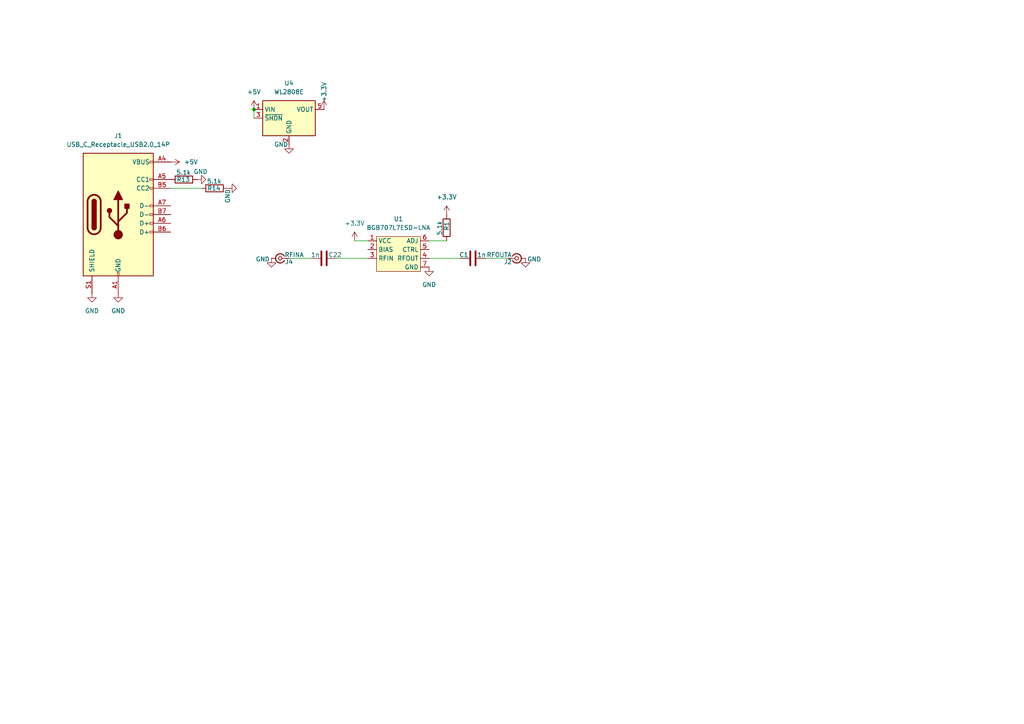
<source format=kicad_sch>
(kicad_sch (version 20250114) (generator "eeschema") (generator_version "9.0")
  (paper "A4")
  (lib_symbols
    (symbol "Connector:Conn_Coaxial_Small" (pin_numbers (hide yes)) (pin_names (offset 1.016) (hide yes))
      (property "Reference" "J" (at 0.254 3.048 0))
      (property "Value" "Conn_Coaxial_Small" (at 0 -3.81 0))
      (symbol "Conn_Coaxial_Small_0_1"
        (polyline (pts (xy -2.54 0) (xy -0.508 0)))
        (circle (center 0 0) (radius 0.508) (stroke (width 0.2032)))
      )
      (symbol "Conn_Coaxial_Small_1_1"
        (arc (start 1.3484 0.0039) (mid 0.327 -1.308) (end -1.1916 -0.6311) (stroke (width 0.3048)))
        (arc (start -1.1916 0.6311) (mid 0.327 1.3081) (end 1.3484 -0.0039) (stroke (width 0.3048)))
        (pin passive line (at -2.54 0 0) (length 1.27) (name "In") (number "1"))
        (pin passive line (at 2.54 0 180) (length 1.27) (name "Ext") (number "2"))
      )
    )
    (symbol "Connector:USB_C_Receptacle_USB2.0_14P" (pin_names (offset 1.016))
      (property "Reference" "J" (at 0 22.225 0))
      (property "Value" "USB_C_Receptacle_USB2.0_14P" (at 0 19.685 0))
      (symbol "USB_C_Receptacle_USB2.0_14P_0_0"
        (rectangle (start -0.254 -17.78) (end 0.254 -16.764))
        (rectangle (start 10.16 15.494) (end 9.144 14.986))
        (rectangle (start 10.16 10.414) (end 9.144 9.906))
        (rectangle (start 10.16 7.874) (end 9.144 7.366))
        (rectangle (start 10.16 2.794) (end 9.144 2.286))
        (rectangle (start 10.16 0.254) (end 9.144 -0.254))
        (rectangle (start 10.16 -2.286) (end 9.144 -2.794))
        (rectangle (start 10.16 -4.826) (end 9.144 -5.334))
      )
      (symbol "USB_C_Receptacle_USB2.0_14P_0_1"
        (rectangle (start -10.16 17.78) (end 10.16 -17.78) (stroke (width 0.254)) (fill (type background)))
        (polyline (pts (xy -8.89 -3.81) (xy -8.89 3.81)) (stroke (width 0.508)))
        (rectangle (start -7.62 -3.81) (end -6.35 3.81) (stroke (width 0.254)) (fill (type outline)))
        (arc (start -7.62 3.81) (mid -6.985 4.4423) (end -6.35 3.81) (stroke (width 0.254)))
        (arc (start -7.62 3.81) (mid -6.985 4.4423) (end -6.35 3.81) (stroke (width 0.254)) (fill (type outline)))
        (arc (start -8.89 3.81) (mid -6.985 5.7067) (end -5.08 3.81) (stroke (width 0.508)))
        (arc (start -5.08 -3.81) (mid -6.985 -5.7067) (end -8.89 -3.81) (stroke (width 0.508)))
        (arc (start -6.35 -3.81) (mid -6.985 -4.4423) (end -7.62 -3.81) (stroke (width 0.254)))
        (arc (start -6.35 -3.81) (mid -6.985 -4.4423) (end -7.62 -3.81) (stroke (width 0.254)) (fill (type outline)))
        (polyline (pts (xy -5.08 3.81) (xy -5.08 -3.81)) (stroke (width 0.508)))
        (circle (center -2.54 1.143) (radius 0.635) (stroke (width 0.254)) (fill (type outline)))
        (polyline (pts (xy -1.27 4.318) (xy 0 6.858) (xy 1.27 4.318) (xy -1.27 4.318)) (stroke (width 0.254)) (fill (type outline)))
        (polyline (pts (xy 0 -2.032) (xy 2.54 0.508) (xy 2.54 1.778)) (stroke (width 0.508)))
        (polyline (pts (xy 0 -3.302) (xy -2.54 -0.762) (xy -2.54 0.508)) (stroke (width 0.508)))
        (polyline (pts (xy 0 -5.842) (xy 0 4.318)) (stroke (width 0.508)))
        (circle (center 0 -5.842) (radius 1.27) (fill (type outline)))
        (rectangle (start 1.905 1.778) (end 3.175 3.048) (stroke (width 0.254)) (fill (type outline)))
      )
      (symbol "USB_C_Receptacle_USB2.0_14P_1_1"
        (pin passive line (at -7.62 -22.86 90) (length 5.08) (name "SHIELD") (number "S1"))
        (pin passive line (at 0 -22.86 90) (length 5.08) (name "GND") (number "A1"))
        (pin passive line (at 0 -22.86 90) (length 5.08) (hide yes) (name "GND") (number "A12"))
        (pin passive line (at 0 -22.86 90) (length 5.08) (hide yes) (name "GND") (number "B1"))
        (pin passive line (at 0 -22.86 90) (length 5.08) (hide yes) (name "GND") (number "B12"))
        (pin passive line (at 15.24 15.24 180) (length 5.08) (name "VBUS") (number "A4"))
        (pin passive line (at 15.24 15.24 180) (length 5.08) (hide yes) (name "VBUS") (number "A9"))
        (pin passive line (at 15.24 15.24 180) (length 5.08) (hide yes) (name "VBUS") (number "B4"))
        (pin passive line (at 15.24 15.24 180) (length 5.08) (hide yes) (name "VBUS") (number "B9"))
        (pin bidirectional line (at 15.24 10.16 180) (length 5.08) (name "CC1") (number "A5"))
        (pin bidirectional line (at 15.24 7.62 180) (length 5.08) (name "CC2") (number "B5"))
        (pin bidirectional line (at 15.24 2.54 180) (length 5.08) (name "D-") (number "A7"))
        (pin bidirectional line (at 15.24 0 180) (length 5.08) (name "D-") (number "B7"))
        (pin bidirectional line (at 15.24 -2.54 180) (length 5.08) (name "D+") (number "A6"))
        (pin bidirectional line (at 15.24 -5.08 180) (length 5.08) (name "D+") (number "B6"))
      )
    )
    (symbol "Device:C" (pin_numbers (hide yes)) (pin_names (offset 0.254))
      (property "Reference" "C" (at 0.635 2.54 0))
      (property "Value" "C" (at 0.635 -2.54 0))
      (symbol "C_0_1"
        (polyline (pts (xy -2.032 0.762) (xy 2.032 0.762)) (stroke (width 0.508)))
        (polyline (pts (xy -2.032 -0.762) (xy 2.032 -0.762)) (stroke (width 0.508)))
      )
      (symbol "C_1_1"
        (pin passive line (at 0 3.81 270) (length 2.794) (name "~") (number "1"))
        (pin passive line (at 0 -3.81 90) (length 2.794) (name "~") (number "2"))
      )
    )
    (symbol "Device:R" (pin_numbers (hide yes)) (pin_names (offset 0))
      (property "Reference" "R" (at 2.032 0 90))
      (property "Value" "R" (at 0 0 90))
      (symbol "R_0_1"
        (rectangle (start -1.016 -2.54) (end 1.016 2.54) (stroke (width 0.254)))
      )
      (symbol "R_1_1"
        (pin passive line (at 0 3.81 270) (length 1.27) (name "~") (number "1"))
        (pin passive line (at 0 -3.81 90) (length 1.27) (name "~") (number "2"))
      )
    )
    (symbol "Regulator_Linear:MCP1802x-xx02xOT"
      (property "Reference" "U" (at -6.35 6.35 0))
      (property "Value" "MCP1802x-xx02xOT" (at 0 6.35 0))
      (symbol "MCP1802x-xx02xOT_0_1"
        (rectangle (start -7.62 5.08) (end 7.62 -5.08) (stroke (width 0.254)) (fill (type background)))
      )
      (symbol "MCP1802x-xx02xOT_1_1"
        (pin power_in line (at -10.16 2.54 0) (length 2.54) (name "VIN") (number "1"))
        (pin input line (at -10.16 0 0) (length 2.54) (name "~{SHDN}") (number "3"))
        (pin power_in line (at 0 -7.62 90) (length 2.54) (name "GND") (number "2"))
        (pin no_connect line (at 7.62 0 180) (length 2.54) (hide yes) (name "NC") (number "4"))
        (pin power_out line (at 10.16 2.54 180) (length 2.54) (name "VOUT") (number "5"))
      )
    )
    (symbol "cnhardware:BGB707L7ESD-LNA"
      (property "Reference" "U" (at 0 -7.62 0))
      (property "Value" "BGB707L7ESD-LNA" (at 0 4.826 0))
      (symbol "BGB707L7ESD-LNA_1_1"
        (rectangle (start -6.35 3.81) (end 6.35 -6.35) (fill (type background)))
        (pin bidirectional line (at -8.89 2.54 0) (length 2.54) (name "VCC") (number "1"))
        (pin bidirectional line (at -8.89 0 0) (length 2.54) (name "BIAS") (number "2"))
        (pin bidirectional line (at -8.89 -2.54 0) (length 2.54) (name "RFIN") (number "3"))
        (pin bidirectional line (at 8.89 2.54 180) (length 2.54) (name "ADJ") (number "6"))
        (pin bidirectional line (at 8.89 0 180) (length 2.54) (name "CTRL") (number "5"))
        (pin bidirectional line (at 8.89 -2.54 180) (length 2.54) (name "RFOUT") (number "4"))
        (pin bidirectional line (at 8.89 -5.08 180) (length 2.54) (name "GND") (number "7"))
      )
    )
    (symbol "power:+3.3V" (power) (pin_numbers (hide yes)) (pin_names (offset 0) (hide yes))
      (property "Value" "+3.3V" (at 0 3.556 0))
      (symbol "+3.3V_0_1"
        (polyline (pts (xy -0.762 1.27) (xy 0 2.54)))
        (polyline (pts (xy 0 2.54) (xy 0.762 1.27)))
        (polyline (pts (xy 0 0) (xy 0 2.54)))
      )
      (symbol "+3.3V_1_1"
        (pin power_in line (at 0 0 90) (length 0) (name "~") (number "1"))
      )
    )
    (symbol "power:+5V" (power) (pin_numbers (hide yes)) (pin_names (offset 0) (hide yes))
      (property "Value" "+5V" (at 0 3.556 0))
      (symbol "+5V_0_1"
        (polyline (pts (xy -0.762 1.27) (xy 0 2.54)))
        (polyline (pts (xy 0 2.54) (xy 0.762 1.27)))
        (polyline (pts (xy 0 0) (xy 0 2.54)))
      )
      (symbol "+5V_1_1"
        (pin power_in line (at 0 0 90) (length 0) (name "~") (number "1"))
      )
    )
    (symbol "power:GND" (power) (pin_numbers (hide yes)) (pin_names (offset 0) (hide yes))
      (property "Value" "GND" (at 0 -3.81 0))
      (symbol "GND_0_1"
        (polyline (pts (xy 0 0) (xy 0 -1.27) (xy 1.27 -1.27) (xy 0 -2.54) (xy -1.27 -1.27) (xy 0 -1.27)))
      )
      (symbol "GND_1_1"
        (pin power_in line (at 0 0 270) (length 0) (name "~") (number "1"))
      )
    )
  )
  (junction (at 73.66 31.75))
  (wire (pts (xy 124.46 74.93) (xy 133.35 74.93)))
  (wire (pts (xy 102.87 69.85) (xy 106.68 69.85)))
  (wire (pts (xy 124.46 69.85) (xy 129.54 69.85)))
  (wire (pts (xy 73.66 31.75) (xy 73.66 34.29)))
  (wire (pts (xy 49.53 54.61) (xy 58.42 54.61)))
  (wire (pts (xy 97.79 74.93) (xy 106.68 74.93)))
  (wire (pts (xy 140.97 74.93) (xy 147.32 74.93)))
  (wire (pts (xy 90.17 74.93) (xy 83.82 74.93)))
  (symbol (lib_id "Device:R") (at 53.34 52.07 90) (unit 1)
    (property "Reference" "R13" (at 55.118 52.07 90) (effects (justify left)))
    (property "Value" "5.1k" (at 55.372 50.038 90) (effects (justify left)))
    (property "Footprint" "Resistor_SMD:R_0402_1005Metric" (effects (hide yes)))
    (property "Description" "Resistor" (effects (hide yes)))
    (property "LCSC" "C25905" (effects (hide yes)))
  )
  (symbol (lib_id "Connector:Conn_Coaxial_Small") (at 149.86 74.93 0) (unit 1)
    (property "Reference" "J2" (at 147.32 75.946 0))
    (property "Value" "RFOUTA" (at 144.78 73.914 0))
    (property "Footprint" "Connector_Coaxial:SMA_Amphenol_901-144_Vertical" (effects (hide yes)))
    (property "Description" "small coaxial connector (BNC, SMA, SMB, SMC, Cinch/RCA, LEMO, ...)" (effects (hide yes)))
    (property "LCSC" "C5301852" (effects (hide yes)))
  )
  (symbol (lib_id "Regulator_Linear:MCP1802x-xx02xOT") (at 83.82 34.29 0) (unit 1)
    (property "Reference" "U4" (at 83.82 24.13 0))
    (property "Value" "WL2808E" (at 83.82 26.67 0))
    (property "Footprint" "Package_TO_SOT_SMD:SOT-23-5" (effects (hide yes)))
    (property "Datasheet" "http://ww1.microchip.com/downloads/en/DeviceDoc/22053C.pdf" (effects (hide yes)))
    (property "Description" "150mA, Tiny CMOS LDO With Shutdown, Fixed Voltage, SOT-23-5" (effects (hide yes)))
    (property "LCSC" "C2931312" (effects (hide yes)))
  )
  (symbol (lib_id "power:+3.3V") (at 102.87 69.85 0) (unit 1)
    (property "Reference" "#PWR05" (effects (hide yes)))
    (property "Value" "+3.3V" (at 102.87 64.77 0))
    (property "Description" "Power symbol creates a global label with name \"+3.3V\"" (effects (hide yes)))
  )
  (symbol (lib_id "power:GND") (at 34.29 85.09 0) (unit 1)
    (property "Reference" "#PWR02" (effects (hide yes)))
    (property "Value" "GND" (at 34.29 90.17 0))
    (property "Description" "Power symbol creates a global label with name \"GND\" , ground" (effects (hide yes)))
  )
  (symbol (lib_id "power:+5V") (at 73.66 31.75 0) (unit 1)
    (property "Reference" "#PWR06" (effects (hide yes)))
    (property "Value" "+5V" (at 73.66 26.67 0))
    (property "Description" "Power symbol creates a global label with name \"+5V\"" (effects (hide yes)))
  )
  (symbol (lib_id "Device:R") (at 62.23 54.61 90) (unit 1)
    (property "Reference" "R14" (at 64.008 54.61 90) (effects (justify left)))
    (property "Value" "5.1k" (at 64.262 52.578 90) (effects (justify left)))
    (property "Footprint" "Resistor_SMD:R_0402_1005Metric" (effects (hide yes)))
    (property "Description" "Resistor" (effects (hide yes)))
    (property "LCSC" "C25905" (effects (hide yes)))
  )
  (symbol (lib_id "Connector:Conn_Coaxial_Small") (at 81.28 74.93 0) (mirror y) (unit 1)
    (property "Reference" "J4" (at 83.82 75.946 0))
    (property "Value" "RFINA" (at 85.344 73.914 0))
    (property "Footprint" "Connector_Coaxial:SMA_Amphenol_901-144_Vertical" (effects (hide yes)))
    (property "Description" "small coaxial connector (BNC, SMA, SMB, SMC, Cinch/RCA, LEMO, ...)" (effects (hide yes)))
    (property "LCSC" "C5301852" (effects (hide yes)))
  )
  (symbol (lib_id "Connector:USB_C_Receptacle_USB2.0_14P") (at 34.29 62.23 0) (unit 1)
    (property "Reference" "J1" (at 34.29 39.37 0))
    (property "Value" "USB_C_Receptacle_USB2.0_14P" (at 34.29 41.91 0))
    (property "Datasheet" "https://www.usb.org/sites/default/files/documents/usb_type-c.zip" (effects (hide yes)))
    (property "Description" "USB 2.0-only 14P Type-C Receptacle connector" (effects (hide yes)))
  )
  (symbol (lib_id "power:GND") (at 83.82 41.91 0) (unit 1)
    (property "Reference" "#PWR027" (effects (hide yes)))
    (property "Value" "GND" (at 81.534 41.91 0))
    (property "Description" "Power symbol creates a global label with name \"GND\" , ground" (effects (hide yes)))
  )
  (symbol (lib_id "power:+5V") (at 49.53 46.99 270) (unit 1)
    (property "Reference" "#PWR04" (effects (hide yes)))
    (property "Value" "+5V" (at 53.34 46.9899 90) (effects (justify left)))
    (property "Description" "Power symbol creates a global label with name \"+5V\"" (effects (hide yes)))
  )
  (symbol (lib_id "Device:C") (at 137.16 74.93 90) (unit 1)
    (property "Reference" "C1" (at 135.89 73.914 90) (effects (justify left)))
    (property "Value" "1n" (at 140.97 73.914 90) (effects (justify left)))
    (property "Footprint" "Capacitor_SMD:C_0402_1005Metric" (effects (hide yes)))
    (property "Description" "Unpolarized capacitor" (effects (hide yes)))
    (property "LCSC" "C1523" (effects (hide yes)))
  )
  (symbol (lib_id "Device:C") (at 93.98 74.93 270) (mirror x) (unit 1)
    (property "Reference" "C22" (at 95.25 73.914 90) (effects (justify left)))
    (property "Value" "1n" (at 90.17 73.914 90) (effects (justify left)))
    (property "Footprint" "Capacitor_SMD:C_0402_1005Metric" (effects (hide yes)))
    (property "Description" "Unpolarized capacitor" (effects (hide yes)))
    (property "LCSC" "C1523" (effects (hide yes)))
  )
  (symbol (lib_id "cnhardware:BGB707L7ESD-LNA") (at 115.57 72.39 0) (unit 1)
    (property "Reference" "U1" (at 115.57 63.5 0))
    (property "Value" "BGB707L7ESD-LNA" (at 115.57 66.04 0))
    (property "Footprint" "cnhardware:TSLP-7-1" (effects (hide yes)))
    (property "LCSC" "C3199311" (effects (hide yes)))
  )
  (symbol (lib_id "power:GND") (at 78.74 74.93 0) (mirror y) (unit 1)
    (property "Reference" "#PWR064" (effects (hide yes)))
    (property "Value" "GND" (at 76.2 75.184 0))
    (property "Description" "Power symbol creates a global label with name \"GND\" , ground" (effects (hide yes)))
  )
  (symbol (lib_id "power:GND") (at 26.67 85.09 0) (unit 1)
    (property "Reference" "#PWR03" (effects (hide yes)))
    (property "Value" "GND" (at 26.67 90.17 0))
    (property "Description" "Power symbol creates a global label with name \"GND\" , ground" (effects (hide yes)))
  )
  (symbol (lib_id "power:GND") (at 57.15 52.07 90) (unit 1)
    (property "Reference" "#PWR093" (effects (hide yes)))
    (property "Value" "GND" (at 58.166 49.784 90))
    (property "Description" "Power symbol creates a global label with name \"GND\" , ground" (effects (hide yes)))
  )
  (symbol (lib_id "power:GND") (at 66.04 54.61 90) (unit 1)
    (property "Reference" "#PWR094" (effects (hide yes)))
    (property "Value" "GND" (at 66.04 56.896 0))
    (property "Description" "Power symbol creates a global label with name \"GND\" , ground" (effects (hide yes)))
  )
  (symbol (lib_id "power:GND") (at 124.46 77.47 0) (unit 1)
    (property "Reference" "#PWR01" (effects (hide yes)))
    (property "Value" "GND" (at 124.46 82.55 0))
    (property "Description" "Power symbol creates a global label with name \"GND\" , ground" (effects (hide yes)))
  )
  (symbol (lib_id "power:+3.3V") (at 93.98 31.75 0) (unit 1)
    (property "Reference" "#PWR0103" (effects (hide yes)))
    (property "Value" "+3.3V" (at 93.98 26.67 90))
    (property "Description" "Power symbol creates a global label with name \"+3.3V\"" (effects (hide yes)))
  )
  (symbol (lib_id "power:+3.3V") (at 129.54 62.23 0) (unit 1)
    (property "Reference" "#PWR08" (effects (hide yes)))
    (property "Value" "+3.3V" (at 129.54 57.15 0))
    (property "Description" "Power symbol creates a global label with name \"+3.3V\"" (effects (hide yes)))
  )
  (symbol (lib_id "Device:R") (at 129.54 66.04 180) (unit 1)
    (property "Reference" "R1" (at 129.54 64.262 90) (effects (justify left)))
    (property "Value" "5.1k" (at 127.508 64.008 90) (effects (justify left)))
    (property "Footprint" "Resistor_SMD:R_0402_1005Metric" (effects (hide yes)))
    (property "Description" "Resistor" (effects (hide yes)))
    (property "LCSC" "C25905" (effects (hide yes)))
  )
  (symbol (lib_id "power:GND") (at 152.4 74.93 0) (unit 1)
    (property "Reference" "#PWR07" (effects (hide yes)))
    (property "Value" "GND" (at 154.94 75.184 0))
    (property "Description" "Power symbol creates a global label with name \"GND\" , ground" (effects (hide yes)))
  )
)
</source>
